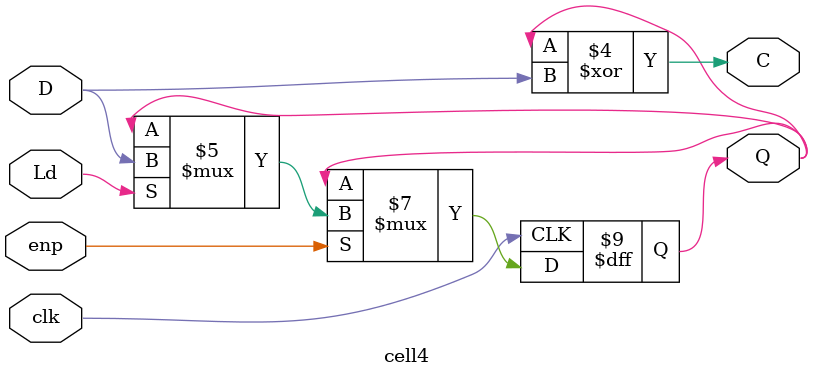
<source format=v>
`timescale 1ns / 10ps


module cell4
(
    input  enp,
    input  clk,
    input  D,
    input  Ld,
    output reg Q,
    output C
);
       
    //Flip-flop bit compare storage.
    always @(posedge clk) begin
        if(enp == 1'b1) begin
            if(Ld == 1'b1) begin
                Q  <= D;
            end
        end
    end

    //Output compare bit.
    assign C = Q ^ D;
endmodule

</source>
